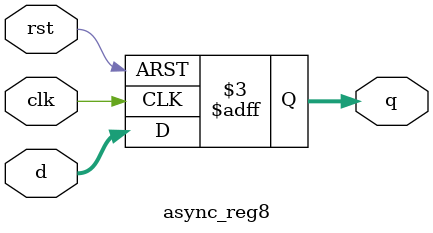
<source format=v>
`timescale 1ns / 1ps


module async_reg8(d, clk, rst, q);
    input[7:0] d;
    input clk, rst;
    output reg[7:0] q;

    always @(posedge clk or negedge rst) begin
        if(rst == 1'b0)
            q <= 8'b00000000;
        else
            q <= d;
    end
endmodule

</source>
